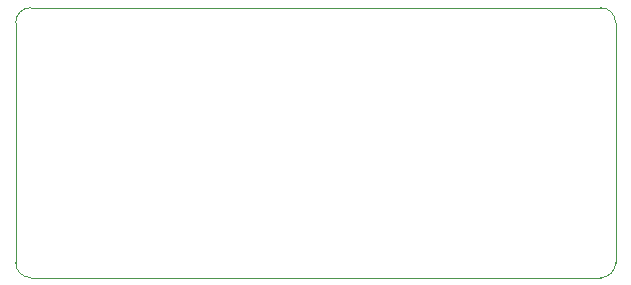
<source format=gm1>
G04 #@! TF.GenerationSoftware,KiCad,Pcbnew,(5.0.0-rc2-dev-444-g2974a2c10)*
G04 #@! TF.CreationDate,2019-08-12T19:19:49-07:00*
G04 #@! TF.ProjectId,Classic MIDI FeatherWing,436C6173736963204D49444920466561,v01*
G04 #@! TF.SameCoordinates,Original*
G04 #@! TF.FileFunction,Profile,NP*
%FSLAX46Y46*%
G04 Gerber Fmt 4.6, Leading zero omitted, Abs format (unit mm)*
G04 Created by KiCad (PCBNEW (5.0.0-rc2-dev-444-g2974a2c10)) date 08/12/19 19:19:49*
%MOMM*%
%LPD*%
G01*
G04 APERTURE LIST*
%ADD10C,0.100000*%
G04 APERTURE END LIST*
D10*
X125730000Y-96520000D02*
G75*
G02X127000000Y-95250000I1270000J0D01*
G01*
X127000000Y-118110000D02*
G75*
G02X125730000Y-116840000I0J1270000D01*
G01*
X175260000Y-95250000D02*
G75*
G02X176530000Y-96520000I0J-1270000D01*
G01*
X176530000Y-116840000D02*
G75*
G02X175260000Y-118110000I-1270000J0D01*
G01*
X125730000Y-96520000D02*
X125730000Y-116840000D01*
X127000000Y-95250000D02*
X175260000Y-95250000D01*
X176530000Y-116840000D02*
X176530000Y-96520000D01*
X175260000Y-118110000D02*
X127000000Y-118110000D01*
M02*

</source>
